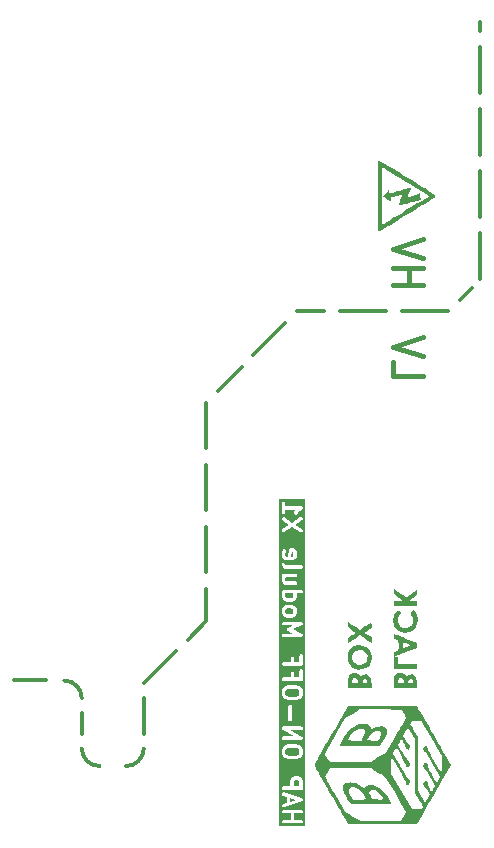
<source format=gbo>
%TF.GenerationSoftware,KiCad,Pcbnew,7.0.8*%
%TF.CreationDate,2025-03-27T12:51:53-03:00*%
%TF.ProjectId,on_off_module_x1,6f6e5f6f-6666-45f6-9d6f-64756c655f78,2.0*%
%TF.SameCoordinates,Original*%
%TF.FileFunction,Legend,Bot*%
%TF.FilePolarity,Positive*%
%FSLAX46Y46*%
G04 Gerber Fmt 4.6, Leading zero omitted, Abs format (unit mm)*
G04 Created by KiCad (PCBNEW 7.0.8) date 2025-03-27 12:51:53*
%MOMM*%
%LPD*%
G01*
G04 APERTURE LIST*
%ADD10C,0.350000*%
%ADD11C,0.400000*%
%ADD12C,0.300000*%
G04 APERTURE END LIST*
D10*
X131532999Y-127035001D02*
G75*
G03*
X133032944Y-128535001I1500001J1D01*
G01*
X131532999Y-122785001D02*
G75*
G03*
X130033000Y-121285001I-1500099J-99D01*
G01*
X136783000Y-125785001D02*
X136783000Y-122785001D01*
X131533000Y-125785001D02*
X131533000Y-124035001D01*
X148783000Y-91035001D02*
X146060639Y-93757362D01*
X145070689Y-94747312D02*
X143033000Y-96785001D01*
X135283000Y-128535000D02*
G75*
G03*
X136783000Y-127035057I0J1500000D01*
G01*
X136783000Y-121535001D02*
X139505361Y-118812640D01*
X140495311Y-117822690D02*
X142033000Y-116285001D01*
X142033000Y-97785001D02*
X142033000Y-101635001D01*
X142033000Y-103035001D02*
X142033000Y-106885001D01*
X142033000Y-108285001D02*
X142033000Y-112135001D01*
X142033000Y-113535001D02*
X142033000Y-116285001D01*
X165283000Y-87285001D02*
X165283000Y-83435001D01*
X165283000Y-82035001D02*
X165283000Y-78185001D01*
X165283000Y-76785001D02*
X165283000Y-72935001D01*
X165283000Y-71535001D02*
X165283000Y-67685001D01*
X165283000Y-66285001D02*
X165283000Y-65535001D01*
X163533000Y-89035001D02*
X164533000Y-88035001D01*
X128533000Y-121285001D02*
X125783000Y-121285001D01*
X162533000Y-90035001D02*
X158683000Y-90035001D01*
X157283000Y-90035001D02*
X153433000Y-90035001D01*
X152033000Y-90035001D02*
X149783000Y-90035001D01*
D11*
X157897252Y-94332619D02*
X157897252Y-95523095D01*
X157897252Y-95523095D02*
X160397252Y-95523095D01*
X160397252Y-93856428D02*
X157897252Y-93023095D01*
X157897252Y-93023095D02*
X160397252Y-92189762D01*
X157897252Y-87820714D02*
X160397252Y-87820714D01*
X159206776Y-87820714D02*
X159206776Y-86392143D01*
X157897252Y-86392143D02*
X160397252Y-86392143D01*
X160397252Y-85558809D02*
X157897252Y-84725476D01*
X157897252Y-84725476D02*
X160397252Y-83892143D01*
D12*
G36*
X149630328Y-131392142D02*
G01*
X149183242Y-131541171D01*
X149183242Y-131243112D01*
X149630328Y-131392142D01*
G37*
G36*
X149872958Y-129729705D02*
G01*
X149909963Y-129766710D01*
X149954671Y-129856124D01*
X149954671Y-130242143D01*
X149468957Y-130242143D01*
X149468957Y-129856123D01*
X149513662Y-129766711D01*
X149550667Y-129729706D01*
X149640081Y-129685000D01*
X149783547Y-129685000D01*
X149872958Y-129729705D01*
G37*
G36*
X149813697Y-127027587D02*
G01*
X149909964Y-127123854D01*
X149954671Y-127213267D01*
X149954671Y-127428161D01*
X149909964Y-127517575D01*
X149813697Y-127613841D01*
X149586207Y-127670714D01*
X149123135Y-127670714D01*
X148895644Y-127613841D01*
X148799378Y-127517575D01*
X148754671Y-127428161D01*
X148754671Y-127213267D01*
X148799378Y-127123853D01*
X148895644Y-127027587D01*
X149123135Y-126970714D01*
X149586206Y-126970714D01*
X149813697Y-127027587D01*
G37*
G36*
X149813697Y-122027586D02*
G01*
X149909964Y-122123853D01*
X149954671Y-122213266D01*
X149954671Y-122428160D01*
X149909964Y-122517574D01*
X149813697Y-122613840D01*
X149586207Y-122670713D01*
X149123135Y-122670713D01*
X148895644Y-122613840D01*
X148799378Y-122517574D01*
X148754671Y-122428160D01*
X148754671Y-122213266D01*
X148799378Y-122123852D01*
X148895644Y-122027586D01*
X149123135Y-121970713D01*
X149586206Y-121970713D01*
X149813697Y-122027586D01*
G37*
G36*
X149372960Y-115229706D02*
G01*
X149409964Y-115266710D01*
X149454671Y-115356123D01*
X149454671Y-115499588D01*
X149409963Y-115589002D01*
X149372958Y-115626007D01*
X149283547Y-115670713D01*
X148925795Y-115670713D01*
X148836382Y-115626007D01*
X148799378Y-115589003D01*
X148754671Y-115499588D01*
X148754671Y-115356123D01*
X148799378Y-115266709D01*
X148836382Y-115229705D01*
X148925795Y-115184999D01*
X149283547Y-115184999D01*
X149372960Y-115229706D01*
G37*
G36*
X149454671Y-113927552D02*
G01*
X149454671Y-114142445D01*
X149409963Y-114231859D01*
X149372958Y-114268864D01*
X149283547Y-114313570D01*
X148925795Y-114313570D01*
X148836382Y-114268864D01*
X148799378Y-114231860D01*
X148754671Y-114142445D01*
X148754671Y-113927552D01*
X148768805Y-113899285D01*
X149440537Y-113899285D01*
X149454671Y-113927552D01*
G37*
G36*
X149421438Y-110432516D02*
G01*
X149454671Y-110498980D01*
X149454671Y-110713874D01*
X149421438Y-110780338D01*
X149354975Y-110813570D01*
X149287641Y-110813570D01*
X149369087Y-110406340D01*
X149421438Y-110432516D01*
G37*
G36*
X150468957Y-133613572D02*
G01*
X148240385Y-133613572D01*
X148240385Y-133249286D01*
X148454671Y-133249286D01*
X148474767Y-133324286D01*
X148529671Y-133379190D01*
X148604671Y-133399286D01*
X149390385Y-133399286D01*
X150104671Y-133399286D01*
X150179671Y-133379190D01*
X150234575Y-133324286D01*
X150254671Y-133249286D01*
X150234575Y-133174286D01*
X150179671Y-133119382D01*
X150104671Y-133099286D01*
X149540385Y-133099286D01*
X149540385Y-132542143D01*
X150104671Y-132542143D01*
X150179671Y-132522047D01*
X150234575Y-132467143D01*
X150254671Y-132392143D01*
X150234575Y-132317143D01*
X150179671Y-132262239D01*
X150104671Y-132242143D01*
X148604671Y-132242143D01*
X148529671Y-132262239D01*
X148474767Y-132317143D01*
X148454671Y-132392143D01*
X148474767Y-132467143D01*
X148529671Y-132522047D01*
X148604671Y-132542143D01*
X149240385Y-132542143D01*
X149240385Y-133099286D01*
X148604671Y-133099286D01*
X148529671Y-133119382D01*
X148474767Y-133174286D01*
X148454671Y-133249286D01*
X148240385Y-133249286D01*
X148240385Y-131862070D01*
X148457716Y-131862070D01*
X148462369Y-131939576D01*
X148505150Y-132004372D01*
X148574599Y-132039097D01*
X148652105Y-132034444D01*
X150152105Y-131534444D01*
X150177241Y-131517847D01*
X150204192Y-131504373D01*
X150209246Y-131496717D01*
X150216902Y-131491663D01*
X150230375Y-131464716D01*
X150246974Y-131439576D01*
X150247523Y-131430418D01*
X150251626Y-131422214D01*
X150249821Y-131392142D01*
X150251626Y-131362070D01*
X150247523Y-131353865D01*
X150246974Y-131344708D01*
X150230375Y-131319567D01*
X150216902Y-131292621D01*
X150209246Y-131287566D01*
X150204192Y-131279911D01*
X150177241Y-131266436D01*
X150152105Y-131249840D01*
X148652105Y-130749840D01*
X148574599Y-130745187D01*
X148505150Y-130779912D01*
X148462369Y-130844708D01*
X148457716Y-130922214D01*
X148492441Y-130991663D01*
X148557237Y-131034444D01*
X148883242Y-131143112D01*
X148883242Y-131641171D01*
X148557237Y-131749840D01*
X148492441Y-131792621D01*
X148457716Y-131862070D01*
X148240385Y-131862070D01*
X148240385Y-130392143D01*
X148454671Y-130392143D01*
X148474767Y-130467143D01*
X148529671Y-130522047D01*
X148604671Y-130542143D01*
X149318957Y-130542143D01*
X150104671Y-130542143D01*
X150179671Y-130522047D01*
X150234575Y-130467143D01*
X150254671Y-130392143D01*
X150254671Y-129820714D01*
X150245748Y-129787413D01*
X150238835Y-129753631D01*
X150167406Y-129610775D01*
X150151383Y-129592706D01*
X150139309Y-129571792D01*
X150067881Y-129500363D01*
X150046965Y-129488287D01*
X150028896Y-129472264D01*
X149886039Y-129400836D01*
X149852260Y-129393923D01*
X149818957Y-129385000D01*
X149604671Y-129385000D01*
X149571365Y-129393924D01*
X149537590Y-129400836D01*
X149394732Y-129472264D01*
X149376662Y-129488287D01*
X149355748Y-129500362D01*
X149284319Y-129571791D01*
X149272244Y-129592705D01*
X149256221Y-129610775D01*
X149184793Y-129753632D01*
X149177880Y-129787410D01*
X149168957Y-129820714D01*
X149168957Y-130242143D01*
X148604671Y-130242143D01*
X148529671Y-130262239D01*
X148474767Y-130317143D01*
X148454671Y-130392143D01*
X148240385Y-130392143D01*
X148240385Y-127463571D01*
X148454671Y-127463571D01*
X148463594Y-127496872D01*
X148470507Y-127530653D01*
X148541936Y-127673511D01*
X148557959Y-127691580D01*
X148570034Y-127712495D01*
X148712891Y-127855352D01*
X148714019Y-127856003D01*
X148714690Y-127857121D01*
X148747550Y-127875362D01*
X148780134Y-127894175D01*
X148781439Y-127894175D01*
X148782577Y-127894807D01*
X149068291Y-127966235D01*
X149086793Y-127965923D01*
X149104671Y-127970714D01*
X149604671Y-127970714D01*
X149622548Y-127965923D01*
X149641051Y-127966235D01*
X149926765Y-127894807D01*
X149927903Y-127894175D01*
X149929208Y-127894175D01*
X149961791Y-127875362D01*
X149994652Y-127857121D01*
X149995322Y-127856003D01*
X149996451Y-127855352D01*
X150139308Y-127712495D01*
X150151382Y-127691580D01*
X150167406Y-127673511D01*
X150238835Y-127530653D01*
X150245747Y-127496872D01*
X150254671Y-127463571D01*
X150254671Y-127177857D01*
X150245748Y-127144556D01*
X150238835Y-127110774D01*
X150167406Y-126967918D01*
X150151383Y-126949849D01*
X150139308Y-126928934D01*
X149996451Y-126786077D01*
X149995322Y-126785425D01*
X149994652Y-126784308D01*
X149961791Y-126766066D01*
X149929208Y-126747254D01*
X149927903Y-126747254D01*
X149926765Y-126746622D01*
X149641052Y-126675193D01*
X149622547Y-126675504D01*
X149604671Y-126670714D01*
X149104671Y-126670714D01*
X149086794Y-126675504D01*
X149068290Y-126675193D01*
X148782576Y-126746622D01*
X148781438Y-126747254D01*
X148780134Y-126747254D01*
X148747562Y-126766059D01*
X148714690Y-126784308D01*
X148714019Y-126785425D01*
X148712891Y-126786077D01*
X148570034Y-126928934D01*
X148557958Y-126949849D01*
X148541936Y-126967918D01*
X148470507Y-127110775D01*
X148463594Y-127144555D01*
X148454671Y-127177857D01*
X148454671Y-127463571D01*
X148240385Y-127463571D01*
X148240385Y-126177857D01*
X148454671Y-126177857D01*
X148474767Y-126252857D01*
X148529671Y-126307761D01*
X148604671Y-126327857D01*
X150104671Y-126327857D01*
X150105003Y-126327767D01*
X150105339Y-126327856D01*
X150142570Y-126317701D01*
X150179671Y-126307761D01*
X150179914Y-126307517D01*
X150180249Y-126307426D01*
X150207410Y-126280021D01*
X150234575Y-126252857D01*
X150234664Y-126252523D01*
X150234908Y-126252278D01*
X150244730Y-126214956D01*
X150254671Y-126177857D01*
X150254581Y-126177524D01*
X150254670Y-126177189D01*
X150244515Y-126139957D01*
X150234575Y-126102857D01*
X150234331Y-126102613D01*
X150234240Y-126102279D01*
X150206891Y-126075173D01*
X150179671Y-126047953D01*
X150179336Y-126047863D01*
X150179092Y-126047621D01*
X149169505Y-125470714D01*
X150104671Y-125470714D01*
X150179671Y-125450618D01*
X150234575Y-125395714D01*
X150254671Y-125320714D01*
X150234575Y-125245714D01*
X150179671Y-125190810D01*
X150104671Y-125170714D01*
X148604671Y-125170714D01*
X148604338Y-125170803D01*
X148604003Y-125170715D01*
X148566771Y-125180869D01*
X148529671Y-125190810D01*
X148529427Y-125191053D01*
X148529093Y-125191145D01*
X148501987Y-125218493D01*
X148474767Y-125245714D01*
X148474677Y-125246048D01*
X148474435Y-125246293D01*
X148464640Y-125283508D01*
X148454671Y-125320714D01*
X148454760Y-125321046D01*
X148454672Y-125321382D01*
X148464826Y-125358613D01*
X148474767Y-125395714D01*
X148475010Y-125395957D01*
X148475102Y-125396292D01*
X148502450Y-125423397D01*
X148529671Y-125450618D01*
X148530005Y-125450707D01*
X148530250Y-125450950D01*
X149539836Y-126027857D01*
X148604671Y-126027857D01*
X148529671Y-126047953D01*
X148474767Y-126102857D01*
X148454671Y-126177857D01*
X148240385Y-126177857D01*
X148240385Y-124606428D01*
X149026100Y-124606428D01*
X149046196Y-124681428D01*
X149101100Y-124736332D01*
X149176100Y-124756428D01*
X149251100Y-124736332D01*
X149306004Y-124681428D01*
X149326100Y-124606428D01*
X149326100Y-123463571D01*
X149306004Y-123388571D01*
X149251100Y-123333667D01*
X149176100Y-123313571D01*
X149101100Y-123333667D01*
X149046196Y-123388571D01*
X149026100Y-123463571D01*
X149026100Y-124606428D01*
X148240385Y-124606428D01*
X148240385Y-122463570D01*
X148454671Y-122463570D01*
X148463594Y-122496871D01*
X148470507Y-122530652D01*
X148541936Y-122673510D01*
X148557959Y-122691579D01*
X148570034Y-122712494D01*
X148712891Y-122855351D01*
X148714019Y-122856002D01*
X148714690Y-122857120D01*
X148747550Y-122875361D01*
X148780134Y-122894174D01*
X148781439Y-122894174D01*
X148782577Y-122894806D01*
X149068291Y-122966234D01*
X149086793Y-122965922D01*
X149104671Y-122970713D01*
X149604671Y-122970713D01*
X149622548Y-122965922D01*
X149641051Y-122966234D01*
X149926765Y-122894806D01*
X149927903Y-122894174D01*
X149929208Y-122894174D01*
X149961791Y-122875361D01*
X149994652Y-122857120D01*
X149995322Y-122856002D01*
X149996451Y-122855351D01*
X150139308Y-122712494D01*
X150151382Y-122691579D01*
X150167406Y-122673510D01*
X150238835Y-122530652D01*
X150245747Y-122496871D01*
X150254671Y-122463570D01*
X150254671Y-122177856D01*
X150245748Y-122144555D01*
X150238835Y-122110773D01*
X150167406Y-121967917D01*
X150151383Y-121949848D01*
X150139308Y-121928933D01*
X149996451Y-121786076D01*
X149995322Y-121785424D01*
X149994652Y-121784307D01*
X149961791Y-121766065D01*
X149929208Y-121747253D01*
X149927903Y-121747253D01*
X149926765Y-121746621D01*
X149641052Y-121675192D01*
X149622547Y-121675503D01*
X149604671Y-121670713D01*
X149104671Y-121670713D01*
X149086794Y-121675503D01*
X149068290Y-121675192D01*
X148782576Y-121746621D01*
X148781438Y-121747253D01*
X148780134Y-121747253D01*
X148747562Y-121766058D01*
X148714690Y-121784307D01*
X148714019Y-121785424D01*
X148712891Y-121786076D01*
X148570034Y-121928933D01*
X148557958Y-121949848D01*
X148541936Y-121967917D01*
X148470507Y-122110774D01*
X148463594Y-122144554D01*
X148454671Y-122177856D01*
X148454671Y-122463570D01*
X148240385Y-122463570D01*
X148240385Y-121177856D01*
X148454671Y-121177856D01*
X148474767Y-121252856D01*
X148529671Y-121307760D01*
X148604671Y-121327856D01*
X149390385Y-121327856D01*
X150104671Y-121327856D01*
X150179671Y-121307760D01*
X150234575Y-121252856D01*
X150254671Y-121177856D01*
X150254671Y-120463570D01*
X150234575Y-120388570D01*
X150179671Y-120333666D01*
X150104671Y-120313570D01*
X150029671Y-120333666D01*
X149974767Y-120388570D01*
X149954671Y-120463570D01*
X149954671Y-121027856D01*
X149540385Y-121027856D01*
X149540385Y-120677856D01*
X149520289Y-120602856D01*
X149465385Y-120547952D01*
X149390385Y-120527856D01*
X149315385Y-120547952D01*
X149260481Y-120602856D01*
X149240385Y-120677856D01*
X149240385Y-121027856D01*
X148604671Y-121027856D01*
X148529671Y-121047952D01*
X148474767Y-121102856D01*
X148454671Y-121177856D01*
X148240385Y-121177856D01*
X148240385Y-119892142D01*
X148454671Y-119892142D01*
X148474767Y-119967142D01*
X148529671Y-120022046D01*
X148604671Y-120042142D01*
X149390385Y-120042142D01*
X150104671Y-120042142D01*
X150179671Y-120022046D01*
X150234575Y-119967142D01*
X150254671Y-119892142D01*
X150254671Y-119177856D01*
X150234575Y-119102856D01*
X150179671Y-119047952D01*
X150104671Y-119027856D01*
X150029671Y-119047952D01*
X149974767Y-119102856D01*
X149954671Y-119177856D01*
X149954671Y-119742142D01*
X149540385Y-119742142D01*
X149540385Y-119392142D01*
X149520289Y-119317142D01*
X149465385Y-119262238D01*
X149390385Y-119242142D01*
X149315385Y-119262238D01*
X149260481Y-119317142D01*
X149240385Y-119392142D01*
X149240385Y-119742142D01*
X148604671Y-119742142D01*
X148529671Y-119762238D01*
X148474767Y-119817142D01*
X148454671Y-119892142D01*
X148240385Y-119892142D01*
X148240385Y-117463571D01*
X148454671Y-117463571D01*
X148474767Y-117538571D01*
X148529671Y-117593475D01*
X148604671Y-117613571D01*
X150104671Y-117613571D01*
X150111123Y-117611842D01*
X150117701Y-117613004D01*
X150148261Y-117601891D01*
X150179671Y-117593475D01*
X150184394Y-117588751D01*
X150190672Y-117586469D01*
X150211583Y-117561562D01*
X150234575Y-117538571D01*
X150236303Y-117532120D01*
X150240599Y-117527004D01*
X150246256Y-117494973D01*
X150254671Y-117463571D01*
X150252942Y-117457121D01*
X150254105Y-117450542D01*
X150242989Y-117419974D01*
X150234575Y-117388571D01*
X150229852Y-117383848D01*
X150227570Y-117377571D01*
X150202665Y-117356661D01*
X150179671Y-117333667D01*
X150173218Y-117331938D01*
X150168104Y-117327644D01*
X149387947Y-116963571D01*
X150168104Y-116599498D01*
X150173218Y-116595203D01*
X150179671Y-116593475D01*
X150202665Y-116570480D01*
X150227570Y-116549571D01*
X150229852Y-116543293D01*
X150234575Y-116538571D01*
X150242989Y-116507167D01*
X150254105Y-116476600D01*
X150252942Y-116470020D01*
X150254671Y-116463571D01*
X150246256Y-116432168D01*
X150240599Y-116400138D01*
X150236303Y-116395021D01*
X150234575Y-116388571D01*
X150211583Y-116365579D01*
X150190672Y-116340673D01*
X150184394Y-116338390D01*
X150179671Y-116333667D01*
X150148261Y-116325250D01*
X150117701Y-116314138D01*
X150111123Y-116315299D01*
X150104671Y-116313571D01*
X148604671Y-116313571D01*
X148529671Y-116333667D01*
X148474767Y-116388571D01*
X148454671Y-116463571D01*
X148474767Y-116538571D01*
X148529671Y-116593475D01*
X148604671Y-116613571D01*
X149428537Y-116613571D01*
X148969809Y-116827644D01*
X148959676Y-116836151D01*
X148947242Y-116840673D01*
X148930401Y-116860730D01*
X148910344Y-116877571D01*
X148905822Y-116890005D01*
X148897315Y-116900138D01*
X148892759Y-116925928D01*
X148883809Y-116950542D01*
X148886110Y-116963571D01*
X148883809Y-116976600D01*
X148892759Y-117001213D01*
X148897315Y-117027004D01*
X148905822Y-117037136D01*
X148910344Y-117049571D01*
X148930401Y-117066411D01*
X148947242Y-117086469D01*
X148959676Y-117090990D01*
X148969809Y-117099498D01*
X149428537Y-117313571D01*
X148604671Y-117313571D01*
X148529671Y-117333667D01*
X148474767Y-117388571D01*
X148454671Y-117463571D01*
X148240385Y-117463571D01*
X148240385Y-115534999D01*
X148454671Y-115534999D01*
X148463594Y-115568300D01*
X148470507Y-115602081D01*
X148541936Y-115744938D01*
X148557958Y-115763006D01*
X148570033Y-115783921D01*
X148641461Y-115855350D01*
X148662376Y-115867425D01*
X148680446Y-115883449D01*
X148823304Y-115954877D01*
X148857079Y-115961788D01*
X148890385Y-115970713D01*
X149318957Y-115970713D01*
X149352260Y-115961789D01*
X149386039Y-115954877D01*
X149528896Y-115883449D01*
X149546965Y-115867425D01*
X149567881Y-115855350D01*
X149639309Y-115783921D01*
X149651383Y-115763006D01*
X149667406Y-115744938D01*
X149738835Y-115602082D01*
X149745748Y-115568299D01*
X149754671Y-115534999D01*
X149754671Y-115320713D01*
X149745748Y-115287412D01*
X149738835Y-115253630D01*
X149667406Y-115110774D01*
X149651383Y-115092705D01*
X149639308Y-115071790D01*
X149567880Y-115000362D01*
X149546964Y-114988286D01*
X149528896Y-114972264D01*
X149386039Y-114900835D01*
X149352258Y-114893922D01*
X149318957Y-114884999D01*
X148890385Y-114884999D01*
X148857084Y-114893921D01*
X148823302Y-114900835D01*
X148680446Y-114972264D01*
X148662377Y-114988286D01*
X148641462Y-115000362D01*
X148570034Y-115071790D01*
X148557958Y-115092705D01*
X148541936Y-115110774D01*
X148470507Y-115253631D01*
X148463594Y-115287411D01*
X148454671Y-115320713D01*
X148454671Y-115534999D01*
X148240385Y-115534999D01*
X148240385Y-114177856D01*
X148454671Y-114177856D01*
X148463594Y-114211157D01*
X148470507Y-114244938D01*
X148541936Y-114387795D01*
X148557958Y-114405863D01*
X148570033Y-114426778D01*
X148641461Y-114498207D01*
X148662376Y-114510282D01*
X148680446Y-114526306D01*
X148823304Y-114597734D01*
X148857079Y-114604645D01*
X148890385Y-114613570D01*
X149318957Y-114613570D01*
X149352260Y-114604646D01*
X149386039Y-114597734D01*
X149528896Y-114526306D01*
X149546965Y-114510282D01*
X149567881Y-114498207D01*
X149639309Y-114426778D01*
X149651383Y-114405863D01*
X149667406Y-114387795D01*
X149738835Y-114244939D01*
X149745748Y-114211156D01*
X149754671Y-114177856D01*
X149754671Y-113899285D01*
X150104671Y-113899285D01*
X150179671Y-113879189D01*
X150234575Y-113824285D01*
X150254671Y-113749285D01*
X150234575Y-113674285D01*
X150179671Y-113619381D01*
X150104671Y-113599285D01*
X148604671Y-113599285D01*
X148529671Y-113619381D01*
X148474767Y-113674285D01*
X148454671Y-113749285D01*
X148473415Y-113819242D01*
X148470507Y-113825060D01*
X148463594Y-113858840D01*
X148454671Y-113892142D01*
X148454671Y-114177856D01*
X148240385Y-114177856D01*
X148240385Y-112820713D01*
X148454671Y-112820713D01*
X148463594Y-112854014D01*
X148470507Y-112887795D01*
X148541936Y-113030652D01*
X148548022Y-113037515D01*
X148550923Y-113046218D01*
X148573463Y-113066206D01*
X148593452Y-113088747D01*
X148602154Y-113091647D01*
X148609018Y-113097734D01*
X148751874Y-113169163D01*
X148785656Y-113176076D01*
X148818957Y-113184999D01*
X149604671Y-113184999D01*
X149679671Y-113164903D01*
X149734575Y-113109999D01*
X149754671Y-113034999D01*
X149734575Y-112959999D01*
X149679671Y-112905095D01*
X149604671Y-112884999D01*
X148854367Y-112884999D01*
X148787903Y-112851767D01*
X148754671Y-112785302D01*
X148754671Y-112641837D01*
X148799378Y-112552423D01*
X148809660Y-112542142D01*
X149604671Y-112542142D01*
X149679671Y-112522046D01*
X149734575Y-112467142D01*
X149754671Y-112392142D01*
X149734575Y-112317142D01*
X149679671Y-112262238D01*
X149604671Y-112242142D01*
X148604671Y-112242142D01*
X148529671Y-112262238D01*
X148474767Y-112317142D01*
X148454671Y-112392142D01*
X148474767Y-112467142D01*
X148495994Y-112488369D01*
X148470507Y-112539345D01*
X148463594Y-112573125D01*
X148454671Y-112606427D01*
X148454671Y-112820713D01*
X148240385Y-112820713D01*
X148240385Y-111454583D01*
X148454940Y-111454583D01*
X148470507Y-111530652D01*
X148541936Y-111673509D01*
X148548022Y-111680372D01*
X148550923Y-111689075D01*
X148573463Y-111709063D01*
X148593452Y-111731604D01*
X148602154Y-111734504D01*
X148609018Y-111740591D01*
X148751874Y-111812020D01*
X148785656Y-111818933D01*
X148818957Y-111827856D01*
X150104671Y-111827856D01*
X150179671Y-111807760D01*
X150234575Y-111752856D01*
X150254671Y-111677856D01*
X150234575Y-111602856D01*
X150179671Y-111547952D01*
X150104671Y-111527856D01*
X148854367Y-111527856D01*
X148787903Y-111494624D01*
X148738835Y-111396488D01*
X148687319Y-111338393D01*
X148613658Y-111313839D01*
X148537589Y-111329406D01*
X148479494Y-111380922D01*
X148454940Y-111454583D01*
X148240385Y-111454583D01*
X148240385Y-110749285D01*
X148454671Y-110749285D01*
X148463594Y-110782586D01*
X148470507Y-110816367D01*
X148541936Y-110959224D01*
X148548021Y-110966086D01*
X148550923Y-110974791D01*
X148573466Y-110994781D01*
X148593452Y-111017319D01*
X148602154Y-111020219D01*
X148609018Y-111026306D01*
X148751876Y-111097734D01*
X148785651Y-111104645D01*
X148818957Y-111113570D01*
X149390385Y-111113570D01*
X149423688Y-111104646D01*
X149457467Y-111097734D01*
X149600324Y-111026306D01*
X149607187Y-111020219D01*
X149615890Y-111017319D01*
X149635875Y-110994781D01*
X149658419Y-110974791D01*
X149661320Y-110966086D01*
X149667406Y-110959224D01*
X149738835Y-110816368D01*
X149745748Y-110782585D01*
X149754671Y-110749285D01*
X149754671Y-110463570D01*
X149745748Y-110430269D01*
X149738835Y-110396487D01*
X149667406Y-110253631D01*
X149661320Y-110246768D01*
X149658419Y-110238064D01*
X149635875Y-110218073D01*
X149615890Y-110195536D01*
X149607187Y-110192635D01*
X149600324Y-110186549D01*
X149457467Y-110115121D01*
X149423688Y-110108208D01*
X149390385Y-110099285D01*
X149247528Y-110099285D01*
X149223885Y-110105619D01*
X149199461Y-110107195D01*
X149186997Y-110115503D01*
X149172528Y-110119381D01*
X149155221Y-110136687D01*
X149134855Y-110150265D01*
X149128215Y-110163693D01*
X149117624Y-110174285D01*
X149111289Y-110197926D01*
X149100441Y-110219867D01*
X148981701Y-110813570D01*
X148854367Y-110813570D01*
X148787903Y-110780338D01*
X148754671Y-110713874D01*
X148754671Y-110498980D01*
X148810264Y-110387796D01*
X148825831Y-110311726D01*
X148801277Y-110238065D01*
X148743182Y-110186549D01*
X148667113Y-110170982D01*
X148593452Y-110195536D01*
X148541936Y-110253631D01*
X148470507Y-110396488D01*
X148463594Y-110430268D01*
X148454671Y-110463570D01*
X148454671Y-110749285D01*
X148240385Y-110749285D01*
X148240385Y-108616082D01*
X148454982Y-108616082D01*
X148479863Y-108689633D01*
X148538187Y-108740890D01*
X148614325Y-108756117D01*
X148687876Y-108731236D01*
X149354670Y-108286705D01*
X150021466Y-108731236D01*
X150095017Y-108756117D01*
X150171155Y-108740890D01*
X150229479Y-108689633D01*
X150254360Y-108616082D01*
X150239133Y-108539944D01*
X150187876Y-108481621D01*
X149625087Y-108106428D01*
X150187876Y-107731235D01*
X150239133Y-107672912D01*
X150254360Y-107596774D01*
X150229479Y-107523223D01*
X150171155Y-107471966D01*
X150095017Y-107456739D01*
X150021466Y-107481620D01*
X149354670Y-107926150D01*
X148687876Y-107481620D01*
X148614325Y-107456739D01*
X148538187Y-107471966D01*
X148479863Y-107523223D01*
X148454982Y-107596774D01*
X148470209Y-107672912D01*
X148521466Y-107731236D01*
X149084254Y-108106428D01*
X148521466Y-108481620D01*
X148470209Y-108539944D01*
X148454982Y-108616082D01*
X148240385Y-108616082D01*
X148240385Y-107106428D01*
X148454671Y-107106428D01*
X148474767Y-107181428D01*
X148529671Y-107236332D01*
X148604671Y-107256428D01*
X148679671Y-107236332D01*
X148734575Y-107181428D01*
X148754671Y-107106428D01*
X148754671Y-106827857D01*
X149671110Y-106827857D01*
X149641462Y-106857505D01*
X149629387Y-106878419D01*
X149613364Y-106896489D01*
X149541936Y-107039346D01*
X149526369Y-107115416D01*
X149550923Y-107189077D01*
X149609018Y-107240592D01*
X149685088Y-107256159D01*
X149758749Y-107231605D01*
X149810264Y-107173510D01*
X149870805Y-107052425D01*
X149985947Y-106937283D01*
X150187876Y-106802664D01*
X150210421Y-106777010D01*
X150234575Y-106752857D01*
X150235858Y-106748066D01*
X150239133Y-106744341D01*
X150245833Y-106710839D01*
X150254671Y-106677857D01*
X150253387Y-106673068D01*
X150254361Y-106668203D01*
X150243412Y-106635839D01*
X150234575Y-106602857D01*
X150231068Y-106599350D01*
X150229479Y-106594652D01*
X150203817Y-106572099D01*
X150179671Y-106547953D01*
X150174882Y-106546669D01*
X150171156Y-106543395D01*
X150137656Y-106536695D01*
X150104671Y-106527857D01*
X148754671Y-106527857D01*
X148754671Y-106249285D01*
X148734575Y-106174285D01*
X148679671Y-106119381D01*
X148604671Y-106099285D01*
X148529671Y-106119381D01*
X148474767Y-106174285D01*
X148454671Y-106249285D01*
X148454671Y-107106428D01*
X148240385Y-107106428D01*
X148240385Y-105884999D01*
X150468957Y-105884999D01*
X150468957Y-133613572D01*
G37*
%TO.C,G\u002A\u002A\u002A*%
G36*
X159437167Y-79563185D02*
G01*
X159424176Y-79611715D01*
X159388670Y-79706121D01*
X159335232Y-79834759D01*
X159268446Y-79985988D01*
X159250472Y-80025673D01*
X159184816Y-80171449D01*
X159131652Y-80290756D01*
X159096041Y-80372175D01*
X159083046Y-80404284D01*
X159101232Y-80400619D01*
X159172975Y-80379352D01*
X159289604Y-80342472D01*
X159440833Y-80293245D01*
X159616379Y-80234936D01*
X160149713Y-80056186D01*
X160149713Y-80209165D01*
X160149903Y-80226735D01*
X160171202Y-80360057D01*
X160236412Y-80475962D01*
X160259309Y-80506890D01*
X160300515Y-80569319D01*
X160311412Y-80597931D01*
X160310016Y-80598528D01*
X160266090Y-80610419D01*
X160168623Y-80634678D01*
X160027462Y-80668984D01*
X159852451Y-80711013D01*
X159653436Y-80758445D01*
X159440263Y-80808958D01*
X159222778Y-80860228D01*
X159010826Y-80909935D01*
X158814253Y-80955756D01*
X158642905Y-80995370D01*
X158506627Y-81026454D01*
X158415264Y-81046686D01*
X158378663Y-81053745D01*
X158377637Y-81052966D01*
X158382138Y-81014320D01*
X158403986Y-80926027D01*
X158439999Y-80799997D01*
X158486996Y-80648139D01*
X158493080Y-80629087D01*
X158541187Y-80476291D01*
X158580367Y-80348134D01*
X158606728Y-80257567D01*
X158616379Y-80217539D01*
X158611748Y-80213783D01*
X158560884Y-80213945D01*
X158465791Y-80227039D01*
X158341379Y-80251238D01*
X158326541Y-80254459D01*
X158165042Y-80289213D01*
X158002496Y-80323736D01*
X157871988Y-80350999D01*
X157677596Y-80390998D01*
X157700666Y-80558960D01*
X157707030Y-80614772D01*
X157707511Y-80692826D01*
X157691466Y-80714569D01*
X157665632Y-80701228D01*
X157591161Y-80658802D01*
X157483162Y-80595344D01*
X157355011Y-80518641D01*
X157255245Y-80458309D01*
X157149366Y-80393947D01*
X157077124Y-80349621D01*
X157050270Y-80332508D01*
X157051113Y-80328501D01*
X157077551Y-80285971D01*
X157133329Y-80209834D01*
X157208483Y-80112476D01*
X157293049Y-80006284D01*
X157377064Y-79903643D01*
X157450564Y-79816941D01*
X157503587Y-79758562D01*
X157526167Y-79740894D01*
X157530950Y-79752352D01*
X157547822Y-79817456D01*
X157565852Y-79911805D01*
X157572473Y-79946204D01*
X157598302Y-80021546D01*
X157628030Y-80042283D01*
X157638058Y-80038814D01*
X157721518Y-80012827D01*
X157850231Y-79975447D01*
X158014243Y-79929329D01*
X158203598Y-79877133D01*
X158408344Y-79821514D01*
X158618526Y-79765130D01*
X158824190Y-79710639D01*
X159015381Y-79660696D01*
X159182146Y-79617961D01*
X159314531Y-79585089D01*
X159402580Y-79564739D01*
X159436341Y-79559566D01*
X159437167Y-79563185D01*
G37*
G36*
X156741350Y-77314558D02*
G01*
X156774408Y-77320591D01*
X156812534Y-77338679D01*
X156902466Y-77388567D01*
X157038713Y-77467024D01*
X157215980Y-77570840D01*
X157428972Y-77696808D01*
X157672394Y-77841721D01*
X157940952Y-78002370D01*
X158229349Y-78175548D01*
X158532291Y-78358048D01*
X158844484Y-78546661D01*
X159160631Y-78738180D01*
X159475438Y-78929396D01*
X159783609Y-79117103D01*
X160079851Y-79298092D01*
X160358867Y-79469156D01*
X160615363Y-79627087D01*
X160844044Y-79768677D01*
X161039614Y-79890718D01*
X161196779Y-79990003D01*
X161310244Y-80063324D01*
X161374713Y-80107473D01*
X161451251Y-80182663D01*
X161483046Y-80268313D01*
X161458628Y-80342985D01*
X161374713Y-80428921D01*
X161311913Y-80471920D01*
X161199185Y-80544781D01*
X161042674Y-80643659D01*
X160847674Y-80765347D01*
X160619481Y-80906638D01*
X160363389Y-81064324D01*
X160084692Y-81235198D01*
X159788685Y-81416053D01*
X159480662Y-81603679D01*
X159165919Y-81794871D01*
X158849749Y-81986419D01*
X158537447Y-82175118D01*
X158234309Y-82357759D01*
X157945627Y-82531134D01*
X157676698Y-82692036D01*
X157432815Y-82837258D01*
X157219273Y-82963592D01*
X157041367Y-83067830D01*
X156949713Y-83120647D01*
X156904391Y-83146765D01*
X156813639Y-83197189D01*
X156774408Y-83215894D01*
X156701327Y-83214782D01*
X156632741Y-83188558D01*
X156625107Y-83177552D01*
X156617228Y-83151513D01*
X156610377Y-83107386D01*
X156604483Y-83041116D01*
X156599479Y-82948647D01*
X156595294Y-82825923D01*
X156591860Y-82668889D01*
X156589107Y-82473490D01*
X156586968Y-82235670D01*
X156585372Y-81951373D01*
X156584251Y-81616545D01*
X156583536Y-81227129D01*
X156583157Y-80779070D01*
X156583046Y-80268313D01*
X156583038Y-80118282D01*
X156582954Y-79622002D01*
X156582980Y-79187324D01*
X156583378Y-78810220D01*
X156584409Y-78486663D01*
X156586334Y-78212625D01*
X156589416Y-77984079D01*
X156593665Y-77807416D01*
X156949713Y-77807416D01*
X156949713Y-80268313D01*
X156949713Y-82729210D01*
X157024713Y-82680665D01*
X157028862Y-82678019D01*
X157082129Y-82644894D01*
X157185386Y-82581193D01*
X157332891Y-82490444D01*
X157518897Y-82376174D01*
X157737660Y-82241911D01*
X157983436Y-82091182D01*
X158250480Y-81927516D01*
X158533046Y-81754440D01*
X158811933Y-81583658D01*
X159112301Y-81399703D01*
X159404487Y-81220739D01*
X159680377Y-81051738D01*
X159931853Y-80897672D01*
X160150801Y-80763513D01*
X160329103Y-80654234D01*
X160458645Y-80574805D01*
X160593895Y-80490355D01*
X160732503Y-80400126D01*
X160839686Y-80326101D01*
X160906828Y-80274268D01*
X160925312Y-80250610D01*
X160903073Y-80235390D01*
X160830855Y-80189451D01*
X160719038Y-80119814D01*
X160577565Y-80032661D01*
X160416379Y-79934174D01*
X160403188Y-79926144D01*
X160236430Y-79824508D01*
X160035384Y-79701792D01*
X159806128Y-79561722D01*
X159554741Y-79408021D01*
X159287303Y-79244415D01*
X159009892Y-79074627D01*
X158728588Y-78902383D01*
X158449470Y-78731406D01*
X158178617Y-78565421D01*
X157922109Y-78408154D01*
X157686023Y-78263328D01*
X157476440Y-78134667D01*
X157299438Y-78025898D01*
X157161097Y-77940743D01*
X157067496Y-77882928D01*
X157024713Y-77856176D01*
X156949713Y-77807416D01*
X156593665Y-77807416D01*
X156593916Y-77796997D01*
X156600095Y-77647350D01*
X156608214Y-77531113D01*
X156618536Y-77444256D01*
X156631321Y-77382751D01*
X156646831Y-77342573D01*
X156665327Y-77319692D01*
X156687072Y-77310081D01*
X156712325Y-77309712D01*
X156741350Y-77314558D01*
G37*
G36*
X158321173Y-119605001D02*
G01*
X158333000Y-119875001D01*
X159143000Y-119885830D01*
X159953000Y-119896658D01*
X159953000Y-120095830D01*
X159953000Y-120295001D01*
X158953000Y-120295001D01*
X157953000Y-120295001D01*
X157953000Y-119815001D01*
X157953000Y-119335001D01*
X158131173Y-119335001D01*
X158309345Y-119335001D01*
X158321173Y-119605001D01*
G37*
G36*
X158013522Y-113566047D02*
G01*
X158082426Y-113612996D01*
X158198541Y-113694094D01*
X158348684Y-113800096D01*
X158519673Y-113921755D01*
X158585918Y-113968884D01*
X158746520Y-114081588D01*
X158879044Y-114172385D01*
X158971233Y-114232962D01*
X159010833Y-114255001D01*
X159014460Y-114253842D01*
X159066063Y-114221597D01*
X159165953Y-114151748D01*
X159301569Y-114053236D01*
X159460353Y-113935001D01*
X159495664Y-113908503D01*
X159651707Y-113793571D01*
X159782897Y-113700354D01*
X159876352Y-113637837D01*
X159919192Y-113615001D01*
X159932423Y-113631988D01*
X159947237Y-113708870D01*
X159953000Y-113826772D01*
X159953000Y-114038542D01*
X159604077Y-114296772D01*
X159255154Y-114555001D01*
X159604077Y-114566559D01*
X159953000Y-114578116D01*
X159953000Y-114776559D01*
X159953000Y-114975001D01*
X158953000Y-114975001D01*
X157953000Y-114975001D01*
X157953000Y-114776401D01*
X157953000Y-114577800D01*
X158355294Y-114566401D01*
X158757588Y-114555001D01*
X158355492Y-114275001D01*
X157953397Y-113995001D01*
X157953199Y-113762641D01*
X157953205Y-113752090D01*
X157958087Y-113623470D01*
X157973795Y-113562870D01*
X158003000Y-113559394D01*
X158013522Y-113566047D01*
G37*
G36*
X158019662Y-117385450D02*
G01*
X158122235Y-117421692D01*
X158280044Y-117479486D01*
X158482875Y-117555053D01*
X158720513Y-117644613D01*
X158982746Y-117744385D01*
X159952491Y-118115001D01*
X159952743Y-118315001D01*
X159952995Y-118515001D01*
X158952998Y-118899974D01*
X158753000Y-118976968D01*
X157953000Y-119284947D01*
X157953000Y-119073076D01*
X157955238Y-118955120D01*
X157971477Y-118883887D01*
X158015978Y-118844722D01*
X158103000Y-118812891D01*
X158153899Y-118796120D01*
X158248588Y-118756748D01*
X158307213Y-118706137D01*
X158338403Y-118627100D01*
X158350789Y-118502450D01*
X158353000Y-118315001D01*
X158352775Y-118229956D01*
X158347461Y-118070166D01*
X158345345Y-118058587D01*
X158753000Y-118058587D01*
X158753000Y-118314374D01*
X158753000Y-118570162D01*
X159043000Y-118465324D01*
X159072870Y-118454488D01*
X159207952Y-118404466D01*
X159306995Y-118366140D01*
X159350334Y-118347077D01*
X159357629Y-118335538D01*
X159322972Y-118294407D01*
X159211638Y-118235913D01*
X159023000Y-118159698D01*
X158753000Y-118058587D01*
X158345345Y-118058587D01*
X158328455Y-117966172D01*
X158287130Y-117900790D01*
X158214855Y-117856832D01*
X158103000Y-117817112D01*
X158031740Y-117792196D01*
X157977339Y-117755195D01*
X157956421Y-117690473D01*
X157953000Y-117571899D01*
X157954916Y-117502793D01*
X157965765Y-117410720D01*
X157983000Y-117374385D01*
X158019662Y-117385450D01*
G37*
G36*
X155350157Y-118333050D02*
G01*
X155599099Y-118432431D01*
X155814053Y-118593949D01*
X155918998Y-118718688D01*
X156043417Y-118957139D01*
X156104397Y-119220146D01*
X156100970Y-119491387D01*
X156032169Y-119754539D01*
X155897026Y-119993280D01*
X155847724Y-120046772D01*
X155730289Y-120143575D01*
X155596918Y-120229009D01*
X155534713Y-120260514D01*
X155265260Y-120348243D01*
X155113619Y-120358042D01*
X154993558Y-120365801D01*
X154732224Y-120316832D01*
X154493877Y-120204981D01*
X154291133Y-120033893D01*
X154136610Y-119807211D01*
X154127278Y-119787913D01*
X154048938Y-119536668D01*
X154033987Y-119269573D01*
X154036007Y-119257820D01*
X154410205Y-119257820D01*
X154410986Y-119449389D01*
X154489278Y-119629634D01*
X154646322Y-119803772D01*
X154706389Y-119851396D01*
X154904781Y-119948403D01*
X155113619Y-119970104D01*
X155320996Y-119916710D01*
X155515006Y-119788431D01*
X155644511Y-119637799D01*
X155725174Y-119447036D01*
X155730237Y-119250071D01*
X155659716Y-119057602D01*
X155513628Y-118880327D01*
X155465266Y-118838352D01*
X155317395Y-118740549D01*
X155165280Y-118699459D01*
X154976550Y-118704486D01*
X154778652Y-118761323D01*
X154603151Y-118888051D01*
X154472886Y-119075237D01*
X154410205Y-119257820D01*
X154036007Y-119257820D01*
X154079272Y-119006044D01*
X154181641Y-118765501D01*
X154337941Y-118567360D01*
X154342839Y-118562811D01*
X154563568Y-118410687D01*
X154815975Y-118321882D01*
X155083644Y-118296102D01*
X155350157Y-118333050D01*
G37*
G36*
X154263000Y-116453833D02*
G01*
X154301143Y-116477798D01*
X154439800Y-116567044D01*
X154606232Y-116676284D01*
X154772357Y-116787141D01*
X155091714Y-117002356D01*
X155532357Y-116716749D01*
X155559774Y-116698983D01*
X155726043Y-116591402D01*
X155868230Y-116499672D01*
X155971996Y-116433030D01*
X156023000Y-116400711D01*
X156026019Y-116399000D01*
X156053885Y-116405619D01*
X156068474Y-116469830D01*
X156072484Y-116602641D01*
X156071967Y-116835001D01*
X155772484Y-117029850D01*
X155707868Y-117072133D01*
X155587451Y-117152451D01*
X155504130Y-117210188D01*
X155473000Y-117235001D01*
X155480067Y-117241822D01*
X155537422Y-117283281D01*
X155639927Y-117352839D01*
X155772484Y-117440153D01*
X156071967Y-117635001D01*
X156072484Y-117869602D01*
X156073000Y-118104202D01*
X155963000Y-118032815D01*
X155907202Y-117996241D01*
X155790492Y-117919100D01*
X155640907Y-117819816D01*
X155477397Y-117710951D01*
X155101794Y-117460473D01*
X154757397Y-117691474D01*
X154669234Y-117750393D01*
X154501661Y-117861367D01*
X154351427Y-117959671D01*
X154243000Y-118029239D01*
X154073000Y-118136005D01*
X154073000Y-117899507D01*
X154073000Y-117663008D01*
X154395069Y-117458532D01*
X154478362Y-117404008D01*
X154596662Y-117319466D01*
X154673816Y-117254542D01*
X154696136Y-117220075D01*
X154685416Y-117208930D01*
X154619910Y-117158038D01*
X154510768Y-117081296D01*
X154374584Y-116990548D01*
X154074034Y-116795001D01*
X154073517Y-116565371D01*
X154073000Y-116335741D01*
X154263000Y-116453833D01*
G37*
G36*
X159645830Y-115354932D02*
G01*
X159738176Y-115443815D01*
X159844128Y-115608626D01*
X159894149Y-115711952D01*
X159967403Y-115964162D01*
X159990316Y-116229943D01*
X159958447Y-116475617D01*
X159860457Y-116723743D01*
X159699266Y-116943042D01*
X159487227Y-117103358D01*
X159229940Y-117200570D01*
X158933000Y-117230557D01*
X158892017Y-117229406D01*
X158597042Y-117185481D01*
X158351811Y-117079197D01*
X158155103Y-116909825D01*
X158005699Y-116676636D01*
X158003291Y-116671557D01*
X157955359Y-116556750D01*
X157928660Y-116447418D01*
X157918807Y-116315205D01*
X157921415Y-116131758D01*
X157922871Y-116091482D01*
X157933485Y-115924094D01*
X157954225Y-115803942D01*
X157991820Y-115703607D01*
X158053000Y-115595673D01*
X158120567Y-115491755D01*
X158205182Y-115388285D01*
X158277642Y-115348881D01*
X158350912Y-115368350D01*
X158437959Y-115441499D01*
X158563610Y-115567150D01*
X158435182Y-115745982D01*
X158368581Y-115852196D01*
X158289559Y-116071311D01*
X158287679Y-116285624D01*
X158362316Y-116487700D01*
X158512845Y-116670103D01*
X158590981Y-116732640D01*
X158790757Y-116829986D01*
X158997205Y-116850796D01*
X159200076Y-116795153D01*
X159389120Y-116663137D01*
X159467380Y-116578411D01*
X159579438Y-116382709D01*
X159614070Y-116174365D01*
X159570838Y-115960089D01*
X159449299Y-115746593D01*
X159413705Y-115699081D01*
X159369839Y-115625552D01*
X159368553Y-115569311D01*
X159404259Y-115499723D01*
X159476785Y-115398712D01*
X159560798Y-115340417D01*
X159645830Y-115354932D01*
G37*
G36*
X154782625Y-120643328D02*
G01*
X154951162Y-120703992D01*
X155077818Y-120812963D01*
X155162779Y-120927879D01*
X155287890Y-120851590D01*
X155292618Y-120848769D01*
X155430063Y-120796062D01*
X155586077Y-120775151D01*
X155753395Y-120804553D01*
X155893293Y-120901732D01*
X155992995Y-121067258D01*
X156052742Y-121301544D01*
X156072777Y-121605001D01*
X156073000Y-121895001D01*
X155493000Y-121895001D01*
X155073000Y-121895001D01*
X154578916Y-121895001D01*
X154073000Y-121895001D01*
X154073000Y-121493717D01*
X154075304Y-121343716D01*
X154075345Y-121343201D01*
X154441355Y-121343201D01*
X154443877Y-121427841D01*
X154485289Y-121474668D01*
X154578916Y-121491810D01*
X154738083Y-121487394D01*
X154933000Y-121475001D01*
X154924208Y-121383001D01*
X155313000Y-121383001D01*
X155313923Y-121421161D01*
X155329738Y-121471161D01*
X155382217Y-121491286D01*
X155493000Y-121495001D01*
X155554328Y-121494427D01*
X155634685Y-121484587D01*
X155667028Y-121451933D01*
X155673000Y-121383001D01*
X155662784Y-121300104D01*
X155602715Y-121207200D01*
X155493000Y-121175001D01*
X155438984Y-121182927D01*
X155361000Y-121223001D01*
X155329209Y-121283057D01*
X155313000Y-121383001D01*
X154924208Y-121383001D01*
X154919621Y-121335001D01*
X154905269Y-121263704D01*
X154847037Y-121141483D01*
X154763192Y-121050609D01*
X154672227Y-121015001D01*
X154614998Y-121031804D01*
X154537490Y-121090040D01*
X154533311Y-121094878D01*
X154480820Y-121189863D01*
X154446172Y-121309332D01*
X154441355Y-121343201D01*
X154075345Y-121343201D01*
X154092924Y-121124699D01*
X154131427Y-120961812D01*
X154194994Y-120840506D01*
X154287805Y-120746234D01*
X154413245Y-120674804D01*
X154595541Y-120632941D01*
X154782625Y-120643328D01*
G37*
G36*
X158662625Y-120643328D02*
G01*
X158831162Y-120703992D01*
X158957818Y-120812963D01*
X159042779Y-120927879D01*
X159167890Y-120851590D01*
X159172618Y-120848769D01*
X159310063Y-120796062D01*
X159466077Y-120775151D01*
X159633395Y-120804553D01*
X159773293Y-120901732D01*
X159872995Y-121067258D01*
X159932742Y-121301544D01*
X159952777Y-121605001D01*
X159953000Y-121895001D01*
X159373000Y-121895001D01*
X158953000Y-121895001D01*
X158458916Y-121895001D01*
X157953000Y-121895001D01*
X157953000Y-121493717D01*
X157955304Y-121343716D01*
X157955345Y-121343201D01*
X158321355Y-121343201D01*
X158323877Y-121427841D01*
X158365289Y-121474668D01*
X158458916Y-121491810D01*
X158618083Y-121487394D01*
X158813000Y-121475001D01*
X158804208Y-121383001D01*
X159193000Y-121383001D01*
X159193923Y-121421161D01*
X159209738Y-121471161D01*
X159262217Y-121491286D01*
X159373000Y-121495001D01*
X159434328Y-121494427D01*
X159514685Y-121484587D01*
X159547028Y-121451933D01*
X159553000Y-121383001D01*
X159542784Y-121300104D01*
X159482715Y-121207200D01*
X159373000Y-121175001D01*
X159318984Y-121182927D01*
X159241000Y-121223001D01*
X159209209Y-121283057D01*
X159193000Y-121383001D01*
X158804208Y-121383001D01*
X158799621Y-121335001D01*
X158785269Y-121263704D01*
X158727037Y-121141483D01*
X158643192Y-121050609D01*
X158552227Y-121015001D01*
X158494998Y-121031804D01*
X158417490Y-121090040D01*
X158413311Y-121094878D01*
X158360820Y-121189863D01*
X158326172Y-121309332D01*
X158321355Y-121343201D01*
X157955345Y-121343201D01*
X157972924Y-121124699D01*
X158011427Y-120961812D01*
X158074994Y-120840506D01*
X158167805Y-120746234D01*
X158293245Y-120674804D01*
X158475541Y-120632941D01*
X158662625Y-120643328D01*
G37*
G36*
X155644551Y-124950777D02*
G01*
X155756549Y-124991702D01*
X155871980Y-125069544D01*
X155958889Y-125162567D01*
X155993613Y-125250456D01*
X156003637Y-125330962D01*
X156044861Y-125375125D01*
X156128583Y-125367620D01*
X156266038Y-125310941D01*
X156366222Y-125267893D01*
X156598089Y-125197131D01*
X156827763Y-125160549D01*
X157023748Y-125164246D01*
X157122464Y-125192691D01*
X157259615Y-125281304D01*
X157356367Y-125405548D01*
X157393000Y-125545081D01*
X157392137Y-125584665D01*
X157378599Y-125695974D01*
X157344227Y-125817404D01*
X157283359Y-125963214D01*
X157190334Y-126147660D01*
X157059491Y-126385001D01*
X156816678Y-126815001D01*
X156150065Y-126815001D01*
X155084839Y-126815001D01*
X154847730Y-126814743D01*
X154625177Y-126813870D01*
X154500001Y-126813379D01*
X154183440Y-126810958D01*
X153906185Y-126807609D01*
X153676374Y-126803461D01*
X153502148Y-126798643D01*
X153391644Y-126793285D01*
X153353000Y-126787516D01*
X153354732Y-126781310D01*
X153383673Y-126720015D01*
X153442789Y-126606631D01*
X153524944Y-126454638D01*
X153579129Y-126356762D01*
X154033000Y-126356762D01*
X154041618Y-126359862D01*
X154112130Y-126365842D01*
X154242172Y-126370645D01*
X154417827Y-126373841D01*
X154625177Y-126375001D01*
X155217354Y-126375001D01*
X155236190Y-126338065D01*
X155673000Y-126338065D01*
X155709656Y-126352377D01*
X155811416Y-126364170D01*
X155963235Y-126372099D01*
X156150065Y-126375001D01*
X156627129Y-126375001D01*
X156750025Y-126160203D01*
X156756063Y-126149589D01*
X156858164Y-125939036D01*
X156897845Y-125777571D01*
X156874884Y-125664013D01*
X156789058Y-125597177D01*
X156640143Y-125575880D01*
X156481411Y-125596022D01*
X156254196Y-125691275D01*
X156031473Y-125862705D01*
X155816720Y-126108065D01*
X155753092Y-126197380D01*
X155695288Y-126288431D01*
X155673000Y-126338065D01*
X155236190Y-126338065D01*
X155365243Y-126085001D01*
X155449126Y-125912868D01*
X155514143Y-125750032D01*
X155539231Y-125628468D01*
X155526912Y-125534265D01*
X155479708Y-125453507D01*
X155461046Y-125431653D01*
X155399971Y-125383364D01*
X155316018Y-125362443D01*
X155180922Y-125360049D01*
X155036248Y-125374135D01*
X154795396Y-125452745D01*
X154571204Y-125602439D01*
X154359771Y-125826138D01*
X154157197Y-126126762D01*
X154100214Y-126225966D01*
X154051666Y-126315349D01*
X154033000Y-126356762D01*
X153579129Y-126356762D01*
X153623000Y-126277516D01*
X153752243Y-126057837D01*
X153973277Y-125737792D01*
X154201419Y-125481294D01*
X154446243Y-125278199D01*
X154717326Y-125118365D01*
X154753257Y-125101103D01*
X155063729Y-124986944D01*
X155366262Y-124935853D01*
X155644551Y-124950777D01*
G37*
G36*
X154419115Y-129929474D02*
G01*
X154710552Y-129993283D01*
X155004361Y-130119580D01*
X155279383Y-130300056D01*
X155437991Y-130425677D01*
X155500724Y-130336114D01*
X155542411Y-130285823D01*
X155692621Y-130187155D01*
X155891226Y-130144979D01*
X156131436Y-130160067D01*
X156406461Y-130233190D01*
X156531615Y-130282051D01*
X156757492Y-130401289D01*
X156961942Y-130558465D01*
X157155064Y-130763525D01*
X157346957Y-131026414D01*
X157547720Y-131357076D01*
X157610692Y-131469498D01*
X157684186Y-131604883D01*
X157734405Y-131702697D01*
X157753000Y-131747076D01*
X157736642Y-131750907D01*
X157650600Y-131756512D01*
X157497957Y-131761615D01*
X157286851Y-131766084D01*
X157025419Y-131769789D01*
X156878855Y-131771144D01*
X156721798Y-131772597D01*
X156384124Y-131774379D01*
X156020536Y-131775001D01*
X154514004Y-131775001D01*
X154288072Y-131775001D01*
X154022409Y-131305001D01*
X154008265Y-131279932D01*
X153904437Y-131093149D01*
X153811394Y-130921307D01*
X153738831Y-130782544D01*
X153696439Y-130695001D01*
X153664108Y-130603087D01*
X153659546Y-130563865D01*
X154155741Y-130563865D01*
X154177650Y-130733244D01*
X154261838Y-130948143D01*
X154408000Y-131207081D01*
X154514004Y-131375001D01*
X155071142Y-131375001D01*
X155138292Y-131374772D01*
X155333073Y-131371334D01*
X155492939Y-131364407D01*
X155602863Y-131354816D01*
X155647819Y-131343385D01*
X155649533Y-131320543D01*
X155618197Y-131239998D01*
X155550879Y-131123608D01*
X155458149Y-130987474D01*
X155350581Y-130847698D01*
X155274676Y-130761284D01*
X155882260Y-130761284D01*
X155886702Y-130834947D01*
X155926254Y-130941281D01*
X156003000Y-131098795D01*
X156133000Y-131355001D01*
X156603000Y-131366271D01*
X156699225Y-131368254D01*
X156878855Y-131368732D01*
X156993870Y-131362395D01*
X157055007Y-131348313D01*
X157073000Y-131325556D01*
X157072195Y-131314367D01*
X157036097Y-131220377D01*
X156957021Y-131094514D01*
X156849669Y-130954741D01*
X156728745Y-130819021D01*
X156608950Y-130705316D01*
X156504987Y-130631589D01*
X156363964Y-130585664D01*
X156204338Y-130574969D01*
X156057183Y-130598513D01*
X155953000Y-130655001D01*
X155910841Y-130701780D01*
X155882260Y-130761284D01*
X155274676Y-130761284D01*
X155238746Y-130720380D01*
X155172130Y-130655117D01*
X154975942Y-130504871D01*
X154770286Y-130399251D01*
X154569700Y-130342969D01*
X154388725Y-130340737D01*
X154241901Y-130397270D01*
X154196414Y-130441490D01*
X154155741Y-130563865D01*
X153659546Y-130563865D01*
X153640957Y-130404056D01*
X153679334Y-130221760D01*
X153774243Y-130072310D01*
X153920688Y-129971817D01*
X154011224Y-129947846D01*
X154159054Y-129929036D01*
X154320514Y-129923425D01*
X154419115Y-129929474D01*
G37*
G36*
X158980549Y-123421546D02*
G01*
X159225833Y-123423230D01*
X159423006Y-123425986D01*
X159577601Y-123429925D01*
X159695146Y-123435162D01*
X159781171Y-123441807D01*
X159841208Y-123449975D01*
X159880785Y-123459778D01*
X159905432Y-123471329D01*
X159920681Y-123484740D01*
X159924884Y-123490228D01*
X159966219Y-123554472D01*
X160041499Y-123678397D01*
X160146042Y-123854054D01*
X160275164Y-124073492D01*
X160424183Y-124328762D01*
X160588416Y-124611915D01*
X160763181Y-124915001D01*
X160908284Y-125167303D01*
X161117387Y-125530689D01*
X161331043Y-125901790D01*
X161540373Y-126265187D01*
X161736495Y-126605466D01*
X161910528Y-126907210D01*
X162053591Y-127155001D01*
X162156412Y-127333025D01*
X162298744Y-127579680D01*
X162429467Y-127806469D01*
X162541472Y-128001047D01*
X162627646Y-128151066D01*
X162680881Y-128244179D01*
X162799709Y-128453357D01*
X161961173Y-129904179D01*
X161773153Y-130229512D01*
X161549048Y-130617337D01*
X161318898Y-131015670D01*
X161091921Y-131408555D01*
X160877333Y-131780042D01*
X160684350Y-132114175D01*
X160598725Y-132262458D01*
X160522189Y-132395001D01*
X160310946Y-132760883D01*
X159921742Y-133435001D01*
X157006043Y-133445259D01*
X155142529Y-133451815D01*
X154090344Y-133455516D01*
X153865000Y-133065259D01*
X153811884Y-132973240D01*
X153718616Y-132811616D01*
X153593567Y-132594888D01*
X153441052Y-132330535D01*
X153265386Y-132026038D01*
X153070883Y-131688875D01*
X152861859Y-131326525D01*
X152642628Y-130946469D01*
X152417505Y-130556184D01*
X152360706Y-130457699D01*
X152116136Y-130033113D01*
X151908445Y-129671323D01*
X151740371Y-129376768D01*
X152154199Y-129376768D01*
X152155120Y-129413389D01*
X152170497Y-129468418D01*
X152203604Y-129548169D01*
X152257710Y-129658953D01*
X152336087Y-129807086D01*
X152442006Y-129998881D01*
X152578738Y-130240652D01*
X152749554Y-130538712D01*
X152957726Y-130899374D01*
X153049783Y-131058404D01*
X153225383Y-131361065D01*
X153387288Y-131639230D01*
X153531122Y-131885431D01*
X153652506Y-132092201D01*
X153747062Y-132252071D01*
X153810412Y-132357573D01*
X153838178Y-132401240D01*
X153878090Y-132431411D01*
X153977522Y-132495468D01*
X154123827Y-132585056D01*
X154305169Y-132692937D01*
X154509711Y-132811874D01*
X155142529Y-133175859D01*
X156873254Y-133165430D01*
X158603980Y-133155001D01*
X158803164Y-132804730D01*
X159002348Y-132454459D01*
X158722222Y-131964730D01*
X158574460Y-131706806D01*
X158387979Y-131382297D01*
X158201320Y-131058468D01*
X158020182Y-130745140D01*
X157850264Y-130452139D01*
X157697264Y-130189288D01*
X157566882Y-129966411D01*
X157464817Y-129793333D01*
X157396767Y-129679876D01*
X157350125Y-129606086D01*
X157295702Y-129532422D01*
X157231705Y-129466299D01*
X157146111Y-129398350D01*
X157026899Y-129319208D01*
X156862046Y-129219506D01*
X156639530Y-129089876D01*
X156026059Y-128735001D01*
X154271294Y-128735001D01*
X152519455Y-128735001D01*
X152516529Y-128735001D01*
X152360210Y-129005001D01*
X152349247Y-129023959D01*
X152268626Y-129164577D01*
X152200965Y-129284521D01*
X152159940Y-129359580D01*
X152154199Y-129376768D01*
X151740371Y-129376768D01*
X151734853Y-129367098D01*
X151592578Y-129115206D01*
X151478839Y-128910414D01*
X151390856Y-128747491D01*
X151325846Y-128621203D01*
X151281029Y-128526320D01*
X151253623Y-128457608D01*
X151240847Y-128409837D01*
X151239920Y-128377773D01*
X151248061Y-128356184D01*
X151260133Y-128336439D01*
X151310724Y-128250729D01*
X151333538Y-128211651D01*
X157755009Y-128211651D01*
X157755037Y-128476101D01*
X157757074Y-129235001D01*
X158605037Y-130703633D01*
X159453000Y-132172264D01*
X159881973Y-132173633D01*
X160310946Y-132175001D01*
X160369130Y-132062487D01*
X160386951Y-132024118D01*
X160395869Y-131980564D01*
X160387797Y-131926603D01*
X160358023Y-131850524D01*
X160301831Y-131740618D01*
X160214508Y-131585176D01*
X160091339Y-131372487D01*
X159755365Y-130795001D01*
X159754183Y-128528915D01*
X159753000Y-126262828D01*
X159483000Y-125792242D01*
X159456905Y-125747034D01*
X159356813Y-125578755D01*
X159270035Y-125440571D01*
X159205117Y-125345743D01*
X159170606Y-125307530D01*
X159151785Y-125316619D01*
X159097448Y-125379836D01*
X159022455Y-125490382D01*
X158937125Y-125633834D01*
X158746040Y-125974263D01*
X158900748Y-126244632D01*
X158913414Y-126266409D01*
X158999406Y-126398682D01*
X159080845Y-126501218D01*
X159141617Y-126553362D01*
X159172073Y-126570161D01*
X159250613Y-126656295D01*
X159294903Y-126773298D01*
X159305194Y-126900419D01*
X159281736Y-127016910D01*
X159224781Y-127102020D01*
X159134580Y-127135001D01*
X159113000Y-127131077D01*
X159053844Y-127120321D01*
X158978258Y-127046408D01*
X158953000Y-126910515D01*
X158941011Y-126855001D01*
X159073000Y-126855001D01*
X159074163Y-126864563D01*
X159113000Y-126895001D01*
X159122562Y-126893839D01*
X159153000Y-126855001D01*
X159151838Y-126845440D01*
X159113000Y-126815001D01*
X159103439Y-126816164D01*
X159073000Y-126855001D01*
X158941011Y-126855001D01*
X158939110Y-126846200D01*
X158897912Y-126734948D01*
X158838813Y-126600000D01*
X158771352Y-126460944D01*
X158705073Y-126337368D01*
X158649514Y-126248858D01*
X158614218Y-126215001D01*
X158608005Y-126221091D01*
X158570704Y-126275564D01*
X158511748Y-126369340D01*
X158443818Y-126481335D01*
X158379596Y-126590466D01*
X158331763Y-126675649D01*
X158313000Y-126715799D01*
X158318421Y-126733802D01*
X158357099Y-126811918D01*
X158426345Y-126936189D01*
X158518288Y-127093809D01*
X158625053Y-127271970D01*
X158738770Y-127457861D01*
X158851566Y-127638676D01*
X158955568Y-127801606D01*
X159042905Y-127933842D01*
X159105705Y-128022577D01*
X159136095Y-128055001D01*
X159149550Y-128055913D01*
X159225952Y-128101133D01*
X159279456Y-128197875D01*
X159304877Y-128323027D01*
X159297030Y-128453473D01*
X159250732Y-128566101D01*
X159208753Y-128612434D01*
X159133609Y-128642214D01*
X159121424Y-128647043D01*
X159038800Y-128617624D01*
X158977015Y-128533038D01*
X158952202Y-128402144D01*
X158949359Y-128382780D01*
X158931633Y-128332641D01*
X159073000Y-128332641D01*
X159074526Y-128343863D01*
X159113000Y-128395001D01*
X159133609Y-128398764D01*
X159153000Y-128357362D01*
X159148105Y-128327560D01*
X159113000Y-128295001D01*
X159103510Y-128296079D01*
X159073000Y-128332641D01*
X158931633Y-128332641D01*
X158917666Y-128293137D01*
X158856606Y-128158002D01*
X158773390Y-127990393D01*
X158675229Y-127803328D01*
X158569336Y-127609826D01*
X158462921Y-127422905D01*
X158363196Y-127255585D01*
X158277372Y-127120884D01*
X158212662Y-127031819D01*
X158176276Y-127001410D01*
X158140844Y-127035432D01*
X158080796Y-127121765D01*
X158009894Y-127241225D01*
X157880236Y-127475001D01*
X158457434Y-128475001D01*
X158488340Y-128528442D01*
X158637189Y-128782875D01*
X158774841Y-129013512D01*
X158895639Y-129211199D01*
X158993922Y-129366780D01*
X159064031Y-129471099D01*
X159100306Y-129515001D01*
X159215895Y-129608223D01*
X159299993Y-129746763D01*
X159312845Y-129897099D01*
X159250732Y-130046101D01*
X159202438Y-130099055D01*
X159114951Y-130133143D01*
X159113000Y-130132382D01*
X159034597Y-130101809D01*
X158975804Y-130013302D01*
X158953000Y-129875870D01*
X158946945Y-129855001D01*
X159073000Y-129855001D01*
X159074163Y-129864563D01*
X159113000Y-129895001D01*
X159122562Y-129893839D01*
X159153000Y-129855001D01*
X159151838Y-129845440D01*
X159113000Y-129815001D01*
X159103439Y-129816164D01*
X159073000Y-129855001D01*
X158946945Y-129855001D01*
X158944930Y-129848055D01*
X158903138Y-129754827D01*
X158831031Y-129610301D01*
X158734603Y-129425358D01*
X158619850Y-129210873D01*
X158492764Y-128977726D01*
X158359341Y-128736795D01*
X158225575Y-128498957D01*
X158097459Y-128275091D01*
X157980988Y-128076074D01*
X157882157Y-127912785D01*
X157806960Y-127796101D01*
X157798338Y-127785046D01*
X157781665Y-127779917D01*
X157769659Y-127811322D01*
X157761657Y-127887952D01*
X157756995Y-128018498D01*
X157755009Y-128211651D01*
X151333538Y-128211651D01*
X151394364Y-128107464D01*
X151506626Y-127914277D01*
X151643083Y-127678803D01*
X151764913Y-127468147D01*
X152113977Y-127468147D01*
X152123289Y-127485784D01*
X152165005Y-127559853D01*
X152232481Y-127677909D01*
X152317204Y-127825001D01*
X152519455Y-128175001D01*
X154259690Y-128175001D01*
X155999924Y-128175001D01*
X156636581Y-127809240D01*
X157273239Y-127443478D01*
X157727251Y-126659240D01*
X157882863Y-126390232D01*
X158067641Y-126070414D01*
X158257486Y-125741494D01*
X158437332Y-125429575D01*
X158592113Y-125160759D01*
X158705860Y-124963015D01*
X159355216Y-124963015D01*
X159362144Y-124980431D01*
X159402533Y-125057848D01*
X159472864Y-125184245D01*
X159566104Y-125347075D01*
X159675216Y-125533791D01*
X159993000Y-126072580D01*
X159993000Y-128335714D01*
X159993000Y-130598848D01*
X160282527Y-131106925D01*
X160328457Y-131186941D01*
X160427806Y-131355827D01*
X160511053Y-131491639D01*
X160570570Y-131582118D01*
X160598725Y-131615001D01*
X160602818Y-131613442D01*
X160641389Y-131568425D01*
X160703724Y-131475023D01*
X160778999Y-131351896D01*
X160856388Y-131217704D01*
X160925068Y-131091106D01*
X160974213Y-130990761D01*
X160993000Y-130935330D01*
X160973821Y-130862267D01*
X160918426Y-130746008D01*
X160840743Y-130612904D01*
X160754847Y-130485268D01*
X160674814Y-130385414D01*
X160633000Y-130350791D01*
X160614720Y-130335655D01*
X160578392Y-130315354D01*
X160503007Y-130222998D01*
X160459678Y-130096492D01*
X160460321Y-130055001D01*
X160593000Y-130055001D01*
X160594163Y-130064563D01*
X160633000Y-130095001D01*
X160642562Y-130093839D01*
X160673000Y-130055001D01*
X160671838Y-130045440D01*
X160633000Y-130015001D01*
X160623439Y-130016164D01*
X160593000Y-130055001D01*
X160460321Y-130055001D01*
X160461673Y-129967729D01*
X160467944Y-129945965D01*
X160515756Y-129847735D01*
X160580077Y-129767928D01*
X160639200Y-129735001D01*
X160680481Y-129747753D01*
X160752168Y-129814936D01*
X160809531Y-129914727D01*
X160833000Y-130018502D01*
X160836154Y-130047314D01*
X160865846Y-130147608D01*
X160918480Y-130275621D01*
X160983766Y-130410860D01*
X161051412Y-130532832D01*
X161111129Y-130621044D01*
X161152625Y-130655001D01*
X161189743Y-130622985D01*
X161247053Y-130540241D01*
X161311755Y-130429553D01*
X161371355Y-130313708D01*
X161413360Y-130215495D01*
X161425274Y-130157703D01*
X161406444Y-130116551D01*
X161353150Y-130015556D01*
X161272265Y-129868275D01*
X161170447Y-129686818D01*
X161054358Y-129483293D01*
X160938764Y-129285184D01*
X160817508Y-129087667D01*
X160724439Y-128951123D01*
X160655379Y-128869527D01*
X160633000Y-128854675D01*
X160606152Y-128836857D01*
X160563696Y-128817389D01*
X160500890Y-128737854D01*
X160468683Y-128623102D01*
X160467370Y-128555001D01*
X160593000Y-128555001D01*
X160597513Y-128582603D01*
X160633000Y-128615001D01*
X160651402Y-128608232D01*
X160673000Y-128555001D01*
X160668488Y-128527400D01*
X160633000Y-128495001D01*
X160614599Y-128501771D01*
X160593000Y-128555001D01*
X160467370Y-128555001D01*
X160466218Y-128495288D01*
X160492636Y-128376564D01*
X160547080Y-128289084D01*
X160628691Y-128255001D01*
X160657083Y-128258579D01*
X160743932Y-128314503D01*
X160808406Y-128420573D01*
X160834728Y-128553902D01*
X160847591Y-128604729D01*
X160894394Y-128716252D01*
X160968040Y-128868037D01*
X161060707Y-129046101D01*
X161164577Y-129236465D01*
X161271831Y-129425146D01*
X161374650Y-129598165D01*
X161465214Y-129741540D01*
X161535705Y-129841291D01*
X161578303Y-129883436D01*
X161618223Y-129860009D01*
X161681495Y-129782377D01*
X161753768Y-129667482D01*
X161884129Y-129436495D01*
X161793439Y-129275748D01*
X161711998Y-129131628D01*
X161445235Y-128663421D01*
X161215056Y-128266001D01*
X161021329Y-127939154D01*
X160863925Y-127682667D01*
X160742714Y-127496327D01*
X160657565Y-127379920D01*
X160633000Y-127356617D01*
X160608350Y-127333233D01*
X160594006Y-127327539D01*
X160512814Y-127275137D01*
X160472796Y-127190482D01*
X160462423Y-127055001D01*
X160593000Y-127055001D01*
X160594163Y-127064563D01*
X160633000Y-127095001D01*
X160642562Y-127093839D01*
X160673000Y-127055001D01*
X160671838Y-127045440D01*
X160633000Y-127015001D01*
X160623439Y-127016164D01*
X160593000Y-127055001D01*
X160462423Y-127055001D01*
X160462091Y-127050666D01*
X160462205Y-127037671D01*
X160487873Y-126887477D01*
X160557193Y-126801774D01*
X160668304Y-126782979D01*
X160703826Y-126789776D01*
X160765866Y-126833927D01*
X160803742Y-126935001D01*
X160804147Y-126936703D01*
X160836743Y-127064759D01*
X160868463Y-127176849D01*
X160878358Y-127201402D01*
X160924118Y-127293422D01*
X160999358Y-127433832D01*
X161097849Y-127611883D01*
X161213363Y-127816827D01*
X161339673Y-128037918D01*
X161470551Y-128264407D01*
X161599769Y-128485546D01*
X161721101Y-128690589D01*
X161828317Y-128868786D01*
X161915191Y-129009392D01*
X161975495Y-129101656D01*
X162003000Y-129134834D01*
X162011573Y-129105355D01*
X162020134Y-129007684D01*
X162026921Y-128853979D01*
X162031390Y-128656987D01*
X162033000Y-128429453D01*
X162033000Y-127723905D01*
X161617349Y-126999453D01*
X161343700Y-126522983D01*
X161084817Y-126073334D01*
X160861761Y-125687204D01*
X160675126Y-125365613D01*
X160525505Y-125109578D01*
X160413491Y-124920118D01*
X160339678Y-124798253D01*
X160304658Y-124745001D01*
X160302234Y-124742392D01*
X160232934Y-124715868D01*
X160089420Y-124700169D01*
X159869130Y-124695001D01*
X159475055Y-124695001D01*
X159414028Y-124813015D01*
X159410699Y-124819507D01*
X159370528Y-124908455D01*
X159355216Y-124963015D01*
X158705860Y-124963015D01*
X159002963Y-124446517D01*
X158910364Y-124280759D01*
X158884054Y-124233923D01*
X158797289Y-124081518D01*
X158712591Y-123935001D01*
X158607418Y-123755001D01*
X156860408Y-123744581D01*
X155113397Y-123734161D01*
X154475341Y-124104581D01*
X153837284Y-124475001D01*
X153398430Y-125235001D01*
X153263430Y-125468795D01*
X153078087Y-125789783D01*
X152884363Y-126125294D01*
X152698387Y-126447393D01*
X152536288Y-126728147D01*
X152492208Y-126804542D01*
X152371322Y-127014553D01*
X152267236Y-127196117D01*
X152185771Y-127339035D01*
X152132745Y-127433111D01*
X152113977Y-127468147D01*
X151764913Y-127468147D01*
X151799307Y-127408676D01*
X151970872Y-127111531D01*
X152153351Y-126795001D01*
X152160392Y-126782779D01*
X152369196Y-126420523D01*
X152588706Y-126040037D01*
X152810489Y-125655916D01*
X153026111Y-125282757D01*
X153227138Y-124935155D01*
X153405138Y-124627705D01*
X153551676Y-124375001D01*
X154097418Y-123435001D01*
X156978773Y-123424740D01*
X157407721Y-123423263D01*
X157900742Y-123421791D01*
X158323534Y-123420939D01*
X158681626Y-123420819D01*
X158980549Y-123421546D01*
G37*
%TD*%
M02*

</source>
